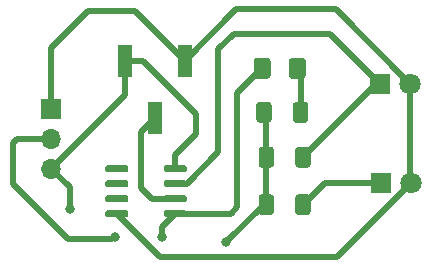
<source format=gbr>
%TF.GenerationSoftware,KiCad,Pcbnew,(5.1.10)-1*%
%TF.CreationDate,2021-05-24T22:05:53+05:30*%
%TF.ProjectId,DAY3_PCB,44415933-5f50-4434-922e-6b696361645f,rev?*%
%TF.SameCoordinates,Original*%
%TF.FileFunction,Copper,L1,Top*%
%TF.FilePolarity,Positive*%
%FSLAX46Y46*%
G04 Gerber Fmt 4.6, Leading zero omitted, Abs format (unit mm)*
G04 Created by KiCad (PCBNEW (5.1.10)-1) date 2021-05-24 22:05:53*
%MOMM*%
%LPD*%
G01*
G04 APERTURE LIST*
%TA.AperFunction,ComponentPad*%
%ADD10R,1.800000X1.800000*%
%TD*%
%TA.AperFunction,ComponentPad*%
%ADD11C,1.800000*%
%TD*%
%TA.AperFunction,ComponentPad*%
%ADD12R,1.700000X1.700000*%
%TD*%
%TA.AperFunction,ComponentPad*%
%ADD13O,1.700000X1.700000*%
%TD*%
%TA.AperFunction,SMDPad,CuDef*%
%ADD14R,1.190000X2.790000*%
%TD*%
%TA.AperFunction,ViaPad*%
%ADD15C,0.800000*%
%TD*%
%TA.AperFunction,Conductor*%
%ADD16C,0.500000*%
%TD*%
G04 APERTURE END LIST*
D10*
%TO.P,D1,1*%
%TO.N,Net-(D1-Pad1)*%
X168375000Y-92250000D03*
D11*
%TO.P,D1,2*%
%TO.N,+5V*%
X170915000Y-92250000D03*
%TD*%
D10*
%TO.P,D2,1*%
%TO.N,VREF*%
X168300000Y-83850000D03*
D11*
%TO.P,D2,2*%
%TO.N,+5V*%
X170840000Y-83850000D03*
%TD*%
%TO.P,D3,1*%
%TO.N,Net-(D3-Pad1)*%
%TA.AperFunction,SMDPad,CuDef*%
G36*
G01*
X161987500Y-81925000D02*
X161987500Y-83175000D01*
G75*
G02*
X161737500Y-83425000I-250000J0D01*
G01*
X160812500Y-83425000D01*
G75*
G02*
X160562500Y-83175000I0J250000D01*
G01*
X160562500Y-81925000D01*
G75*
G02*
X160812500Y-81675000I250000J0D01*
G01*
X161737500Y-81675000D01*
G75*
G02*
X161987500Y-81925000I0J-250000D01*
G01*
G37*
%TD.AperFunction*%
%TO.P,D3,2*%
%TO.N,Net-(D3-Pad2)*%
%TA.AperFunction,SMDPad,CuDef*%
G36*
G01*
X159012500Y-81925000D02*
X159012500Y-83175000D01*
G75*
G02*
X158762500Y-83425000I-250000J0D01*
G01*
X157837500Y-83425000D01*
G75*
G02*
X157587500Y-83175000I0J250000D01*
G01*
X157587500Y-81925000D01*
G75*
G02*
X157837500Y-81675000I250000J0D01*
G01*
X158762500Y-81675000D01*
G75*
G02*
X159012500Y-81925000I0J-250000D01*
G01*
G37*
%TD.AperFunction*%
%TD*%
D12*
%TO.P,J1,1*%
%TO.N,+5V*%
X140450001Y-85975001D03*
D13*
%TO.P,J1,2*%
%TO.N,Net-(D3-Pad2)*%
X140450001Y-88515001D03*
%TO.P,J1,3*%
%TO.N,GND*%
X140450001Y-91055001D03*
%TD*%
%TO.P,R1,1*%
%TO.N,Net-(D1-Pad1)*%
%TA.AperFunction,SMDPad,CuDef*%
G36*
G01*
X162400000Y-93475000D02*
X162400000Y-94725000D01*
G75*
G02*
X162150000Y-94975000I-250000J0D01*
G01*
X161350000Y-94975000D01*
G75*
G02*
X161100000Y-94725000I0J250000D01*
G01*
X161100000Y-93475000D01*
G75*
G02*
X161350000Y-93225000I250000J0D01*
G01*
X162150000Y-93225000D01*
G75*
G02*
X162400000Y-93475000I0J-250000D01*
G01*
G37*
%TD.AperFunction*%
%TO.P,R1,2*%
%TO.N,GND*%
%TA.AperFunction,SMDPad,CuDef*%
G36*
G01*
X159300000Y-93475000D02*
X159300000Y-94725000D01*
G75*
G02*
X159050000Y-94975000I-250000J0D01*
G01*
X158250000Y-94975000D01*
G75*
G02*
X158000000Y-94725000I0J250000D01*
G01*
X158000000Y-93475000D01*
G75*
G02*
X158250000Y-93225000I250000J0D01*
G01*
X159050000Y-93225000D01*
G75*
G02*
X159300000Y-93475000I0J-250000D01*
G01*
G37*
%TD.AperFunction*%
%TD*%
%TO.P,R2,2*%
%TO.N,GND*%
%TA.AperFunction,SMDPad,CuDef*%
G36*
G01*
X159300000Y-89450000D02*
X159300000Y-90700000D01*
G75*
G02*
X159050000Y-90950000I-250000J0D01*
G01*
X158250000Y-90950000D01*
G75*
G02*
X158000000Y-90700000I0J250000D01*
G01*
X158000000Y-89450000D01*
G75*
G02*
X158250000Y-89200000I250000J0D01*
G01*
X159050000Y-89200000D01*
G75*
G02*
X159300000Y-89450000I0J-250000D01*
G01*
G37*
%TD.AperFunction*%
%TO.P,R2,1*%
%TO.N,VREF*%
%TA.AperFunction,SMDPad,CuDef*%
G36*
G01*
X162400000Y-89450000D02*
X162400000Y-90700000D01*
G75*
G02*
X162150000Y-90950000I-250000J0D01*
G01*
X161350000Y-90950000D01*
G75*
G02*
X161100000Y-90700000I0J250000D01*
G01*
X161100000Y-89450000D01*
G75*
G02*
X161350000Y-89200000I250000J0D01*
G01*
X162150000Y-89200000D01*
G75*
G02*
X162400000Y-89450000I0J-250000D01*
G01*
G37*
%TD.AperFunction*%
%TD*%
%TO.P,R3,1*%
%TO.N,Net-(D3-Pad1)*%
%TA.AperFunction,SMDPad,CuDef*%
G36*
G01*
X162200000Y-85650000D02*
X162200000Y-86900000D01*
G75*
G02*
X161950000Y-87150000I-250000J0D01*
G01*
X161150000Y-87150000D01*
G75*
G02*
X160900000Y-86900000I0J250000D01*
G01*
X160900000Y-85650000D01*
G75*
G02*
X161150000Y-85400000I250000J0D01*
G01*
X161950000Y-85400000D01*
G75*
G02*
X162200000Y-85650000I0J-250000D01*
G01*
G37*
%TD.AperFunction*%
%TO.P,R3,2*%
%TO.N,GND*%
%TA.AperFunction,SMDPad,CuDef*%
G36*
G01*
X159100000Y-85650000D02*
X159100000Y-86900000D01*
G75*
G02*
X158850000Y-87150000I-250000J0D01*
G01*
X158050000Y-87150000D01*
G75*
G02*
X157800000Y-86900000I0J250000D01*
G01*
X157800000Y-85650000D01*
G75*
G02*
X158050000Y-85400000I250000J0D01*
G01*
X158850000Y-85400000D01*
G75*
G02*
X159100000Y-85650000I0J-250000D01*
G01*
G37*
%TD.AperFunction*%
%TD*%
D14*
%TO.P,RV1,1*%
%TO.N,+5V*%
X151740000Y-81920000D03*
%TO.P,RV1,2*%
%TO.N,Net-(RV1-Pad2)*%
X149200000Y-86750000D03*
%TO.P,RV1,3*%
%TO.N,GND*%
X146660000Y-81920000D03*
%TD*%
%TO.P,U1,1*%
%TO.N,Net-(D3-Pad2)*%
%TA.AperFunction,SMDPad,CuDef*%
G36*
G01*
X151925000Y-94720000D02*
X151925000Y-95020000D01*
G75*
G02*
X151775000Y-95170000I-150000J0D01*
G01*
X150125000Y-95170000D01*
G75*
G02*
X149975000Y-95020000I0J150000D01*
G01*
X149975000Y-94720000D01*
G75*
G02*
X150125000Y-94570000I150000J0D01*
G01*
X151775000Y-94570000D01*
G75*
G02*
X151925000Y-94720000I0J-150000D01*
G01*
G37*
%TD.AperFunction*%
%TO.P,U1,2*%
%TO.N,Net-(RV1-Pad2)*%
%TA.AperFunction,SMDPad,CuDef*%
G36*
G01*
X151925000Y-93450000D02*
X151925000Y-93750000D01*
G75*
G02*
X151775000Y-93900000I-150000J0D01*
G01*
X150125000Y-93900000D01*
G75*
G02*
X149975000Y-93750000I0J150000D01*
G01*
X149975000Y-93450000D01*
G75*
G02*
X150125000Y-93300000I150000J0D01*
G01*
X151775000Y-93300000D01*
G75*
G02*
X151925000Y-93450000I0J-150000D01*
G01*
G37*
%TD.AperFunction*%
%TO.P,U1,3*%
%TO.N,VREF*%
%TA.AperFunction,SMDPad,CuDef*%
G36*
G01*
X151925000Y-92180000D02*
X151925000Y-92480000D01*
G75*
G02*
X151775000Y-92630000I-150000J0D01*
G01*
X150125000Y-92630000D01*
G75*
G02*
X149975000Y-92480000I0J150000D01*
G01*
X149975000Y-92180000D01*
G75*
G02*
X150125000Y-92030000I150000J0D01*
G01*
X151775000Y-92030000D01*
G75*
G02*
X151925000Y-92180000I0J-150000D01*
G01*
G37*
%TD.AperFunction*%
%TO.P,U1,4*%
%TO.N,GND*%
%TA.AperFunction,SMDPad,CuDef*%
G36*
G01*
X151925000Y-90910000D02*
X151925000Y-91210000D01*
G75*
G02*
X151775000Y-91360000I-150000J0D01*
G01*
X150125000Y-91360000D01*
G75*
G02*
X149975000Y-91210000I0J150000D01*
G01*
X149975000Y-90910000D01*
G75*
G02*
X150125000Y-90760000I150000J0D01*
G01*
X151775000Y-90760000D01*
G75*
G02*
X151925000Y-90910000I0J-150000D01*
G01*
G37*
%TD.AperFunction*%
%TO.P,U1,5*%
%TO.N,N/C*%
%TA.AperFunction,SMDPad,CuDef*%
G36*
G01*
X146975000Y-90910000D02*
X146975000Y-91210000D01*
G75*
G02*
X146825000Y-91360000I-150000J0D01*
G01*
X145175000Y-91360000D01*
G75*
G02*
X145025000Y-91210000I0J150000D01*
G01*
X145025000Y-90910000D01*
G75*
G02*
X145175000Y-90760000I150000J0D01*
G01*
X146825000Y-90760000D01*
G75*
G02*
X146975000Y-90910000I0J-150000D01*
G01*
G37*
%TD.AperFunction*%
%TO.P,U1,6*%
%TA.AperFunction,SMDPad,CuDef*%
G36*
G01*
X146975000Y-92180000D02*
X146975000Y-92480000D01*
G75*
G02*
X146825000Y-92630000I-150000J0D01*
G01*
X145175000Y-92630000D01*
G75*
G02*
X145025000Y-92480000I0J150000D01*
G01*
X145025000Y-92180000D01*
G75*
G02*
X145175000Y-92030000I150000J0D01*
G01*
X146825000Y-92030000D01*
G75*
G02*
X146975000Y-92180000I0J-150000D01*
G01*
G37*
%TD.AperFunction*%
%TO.P,U1,7*%
%TA.AperFunction,SMDPad,CuDef*%
G36*
G01*
X146975000Y-93450000D02*
X146975000Y-93750000D01*
G75*
G02*
X146825000Y-93900000I-150000J0D01*
G01*
X145175000Y-93900000D01*
G75*
G02*
X145025000Y-93750000I0J150000D01*
G01*
X145025000Y-93450000D01*
G75*
G02*
X145175000Y-93300000I150000J0D01*
G01*
X146825000Y-93300000D01*
G75*
G02*
X146975000Y-93450000I0J-150000D01*
G01*
G37*
%TD.AperFunction*%
%TO.P,U1,8*%
%TO.N,+5V*%
%TA.AperFunction,SMDPad,CuDef*%
G36*
G01*
X146975000Y-94720000D02*
X146975000Y-95020000D01*
G75*
G02*
X146825000Y-95170000I-150000J0D01*
G01*
X145175000Y-95170000D01*
G75*
G02*
X145025000Y-95020000I0J150000D01*
G01*
X145025000Y-94720000D01*
G75*
G02*
X145175000Y-94570000I150000J0D01*
G01*
X146825000Y-94570000D01*
G75*
G02*
X146975000Y-94720000I0J-150000D01*
G01*
G37*
%TD.AperFunction*%
%TD*%
D15*
%TO.N,Net-(D3-Pad2)*%
X145800000Y-96800000D03*
X149850000Y-96800000D03*
%TO.N,GND*%
X155250000Y-97275000D03*
X142000000Y-94450000D03*
%TD*%
D16*
%TO.N,Net-(D1-Pad1)*%
X163600000Y-92250000D02*
X161750000Y-94100000D01*
X168375000Y-92250000D02*
X163600000Y-92250000D01*
%TO.N,+5V*%
X170840000Y-83850000D02*
X164540000Y-77550000D01*
X156110000Y-77550000D02*
X151740000Y-81920000D01*
X164540000Y-77550000D02*
X156110000Y-77550000D01*
X170840000Y-92175000D02*
X170915000Y-92250000D01*
X170840000Y-83850000D02*
X170840000Y-92175000D01*
X170915000Y-92250000D02*
X164665000Y-98500000D01*
X149630000Y-98500000D02*
X146000000Y-94870000D01*
X164665000Y-98500000D02*
X149630000Y-98500000D01*
X140450001Y-85975001D02*
X140450001Y-80824999D01*
X140450001Y-80824999D02*
X143550000Y-77725000D01*
X147545000Y-77725000D02*
X151740000Y-81920000D01*
X143550000Y-77725000D02*
X147545000Y-77725000D01*
%TO.N,VREF*%
X167975000Y-83850000D02*
X161750000Y-90075000D01*
X168300000Y-83850000D02*
X167975000Y-83850000D01*
X168300000Y-83850000D02*
X164075000Y-79625000D01*
X164075000Y-79625000D02*
X155900000Y-79625000D01*
X155900000Y-79625000D02*
X154600000Y-80925000D01*
X151925000Y-92330000D02*
X150950000Y-92330000D01*
X154600000Y-89655000D02*
X151925000Y-92330000D01*
X154600000Y-80925000D02*
X154600000Y-89655000D01*
%TO.N,Net-(D3-Pad1)*%
X161550000Y-82825000D02*
X161275000Y-82550000D01*
X161550000Y-86275000D02*
X161550000Y-82825000D01*
%TO.N,Net-(D3-Pad2)*%
X140450001Y-88515001D02*
X137584999Y-88515001D01*
X137584999Y-88515001D02*
X137225000Y-88875000D01*
X137225000Y-88875000D02*
X137225000Y-92350000D01*
X137225000Y-92350000D02*
X141900000Y-97025000D01*
X145575000Y-97025000D02*
X145800000Y-96800000D01*
X141900000Y-97025000D02*
X145575000Y-97025000D01*
X149850000Y-95970000D02*
X150950000Y-94870000D01*
X149850000Y-96800000D02*
X149850000Y-95970000D01*
X158300000Y-82550000D02*
X156200000Y-84650000D01*
X156200000Y-84650000D02*
X156200000Y-94300000D01*
X155630000Y-94870000D02*
X150950000Y-94870000D01*
X156200000Y-94300000D02*
X155630000Y-94870000D01*
%TO.N,GND*%
X158650000Y-94100000D02*
X158650000Y-90075000D01*
X158650000Y-86475000D02*
X158450000Y-86275000D01*
X158650000Y-90075000D02*
X158650000Y-86475000D01*
X146660000Y-81920000D02*
X148245000Y-81920000D01*
X152725000Y-86400000D02*
X152725000Y-88150000D01*
X148245000Y-81920000D02*
X152725000Y-86400000D01*
X150950000Y-89925000D02*
X150950000Y-91060000D01*
X152725000Y-88150000D02*
X150950000Y-89925000D01*
X146660000Y-84845002D02*
X146660000Y-81920000D01*
X140450001Y-91055001D02*
X146660000Y-84845002D01*
X158650000Y-94100000D02*
X158425000Y-94100000D01*
X158425000Y-94100000D02*
X155250000Y-97275000D01*
X142000000Y-92605000D02*
X140450001Y-91055001D01*
X142000000Y-94450000D02*
X142000000Y-92605000D01*
%TO.N,Net-(RV1-Pad2)*%
X150950000Y-93600000D02*
X148950000Y-93600000D01*
X148950000Y-93600000D02*
X148050000Y-92700000D01*
X148050000Y-87900000D02*
X149200000Y-86750000D01*
X148050000Y-92700000D02*
X148050000Y-87900000D01*
%TD*%
M02*

</source>
